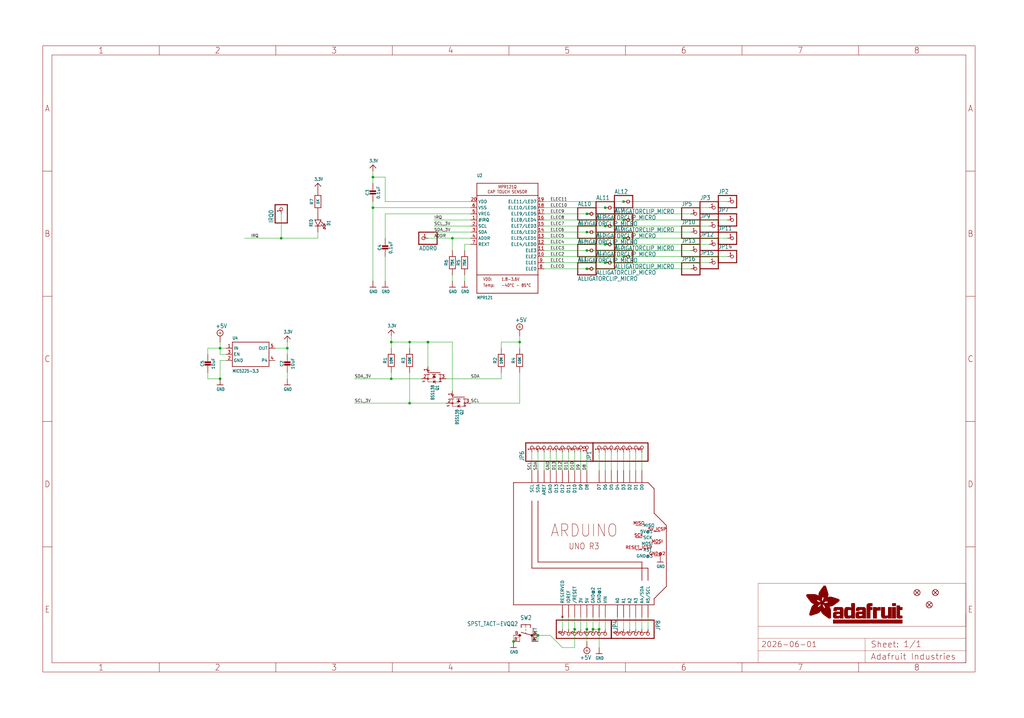
<source format=kicad_sch>
(kicad_sch (version 20230121) (generator eeschema)
  (paper "User" 425.45 298.602)
  (lib_symbols
    (symbol "working-eagle-import:+5V" (power)
      (property "Value" "+5V" (at -1.905 3.175 0))
      (symbol "+5V_1_0"
        (pin power_in line (at 0 -2.54 90) (length 2.54) (name "+5V") (number "1"))
      )
    )
    (symbol "working-eagle-import:3.3V" (power)
      (property "Value" "3.3V" (at -1.524 1.016 0))
      (symbol "3.3V_1_0"
        (pin power_in line (at 0 -2.54 90) (length 2.54) (name "3.3V") (number "1"))
      )
    )
    (symbol "working-eagle-import:ALLIGATORCLIP_MICRO"
      (property "Reference" "AL" (at -6.35 3.175 0))
      (symbol "ALLIGATORCLIP_MICRO_1_0"
        (pin passive inverted (at -2.54 0 0) (length 2.54) (name "1") (number "P$1"))
        (pin passive inverted (at -2.54 0 0) (length 2.54) (name "1") (number "P$2"))
      )
    )
    (symbol "working-eagle-import:ARDUINO_R3_ICSP"
      (symbol "ARDUINO_R3_ICSP_1_0"
        (text "ARDUINO" (at 15.24 27.94 0) (effects (font (size 5.08 4.318)) (justify left bottom)))
        (text "UNO R3" (at 22.86 22.86 0) (effects (font (size 2.54 2.159)) (justify left bottom)))
        (pin power_in line (at 27.94 -5.08 90) (length 5.08) (name "3V") (number "3V"))
        (pin power_in line (at 30.48 -5.08 90) (length 5.08) (name "5V") (number "5V"))
        (pin passive line (at 60.96 30.48 180) (length 2.54) (name "5V@1") (number "5V_ICSP"))
        (pin bidirectional line (at 43.18 -5.08 90) (length 5.08) (name "A0") (number "A0"))
        (pin bidirectional line (at 45.72 -5.08 90) (length 5.08) (name "A1") (number "A1"))
        (pin bidirectional line (at 48.26 -5.08 90) (length 5.08) (name "A2") (number "A2"))
        (pin bidirectional line (at 50.8 -5.08 90) (length 5.08) (name "A3") (number "A3"))
        (pin bidirectional line (at 53.34 -5.08 90) (length 5.08) (name "A4/SDA") (number "A4"))
        (pin bidirectional line (at 55.88 -5.08 90) (length 5.08) (name "A5/SCL") (number "A5"))
        (pin bidirectional line (at 12.7 55.88 270) (length 5.08) (name "AREF") (number "AREF"))
        (pin bidirectional line (at 53.34 55.88 270) (length 5.08) (name "D0") (number "D0"))
        (pin bidirectional line (at 50.8 55.88 270) (length 5.08) (name "D1") (number "D1"))
        (pin bidirectional line (at 25.4 55.88 270) (length 5.08) (name "D10") (number "D10"))
        (pin bidirectional line (at 22.86 55.88 270) (length 5.08) (name "D11") (number "D11"))
        (pin bidirectional line (at 20.32 55.88 270) (length 5.08) (name "D12") (number "D12"))
        (pin bidirectional line (at 17.78 55.88 270) (length 5.08) (name "D13") (number "D13"))
        (pin bidirectional line (at 48.26 55.88 270) (length 5.08) (name "D2") (number "D2"))
        (pin bidirectional line (at 45.72 55.88 270) (length 5.08) (name "D3") (number "D3"))
        (pin bidirectional line (at 43.18 55.88 270) (length 5.08) (name "D4") (number "D4"))
        (pin bidirectional line (at 40.64 55.88 270) (length 5.08) (name "D5") (number "D5"))
        (pin bidirectional line (at 38.1 55.88 270) (length 5.08) (name "D6") (number "D6"))
        (pin bidirectional line (at 35.56 55.88 270) (length 5.08) (name "D7") (number "D7"))
        (pin bidirectional line (at 30.48 55.88 270) (length 5.08) (name "D8") (number "D8"))
        (pin bidirectional line (at 27.94 55.88 270) (length 5.08) (name "D9") (number "D9"))
        (pin power_in line (at 15.24 55.88 270) (length 5.08) (name "GND") (number "GND"))
        (pin power_in line (at 33.02 -5.08 90) (length 5.08) (name "GND@2") (number "GND@1"))
        (pin passive line (at 60.96 20.32 180) (length 2.54) (name "GND@3") (number "GND@2"))
        (pin power_in line (at 35.56 -5.08 90) (length 5.08) (name "GND@1") (number "GND@3"))
        (pin output line (at 22.86 -5.08 90) (length 5.08) (name "IOREF") (number "IOREF"))
        (pin passive line (at 50.8 33.02 0) (length 2.54) (name "MISO") (number "MISO"))
        (pin passive line (at 60.96 25.4 180) (length 2.54) (name "MOSI") (number "MOSI"))
        (pin no_connect line (at 20.32 -5.08 90) (length 5.08) (name "RESERVED") (number "RESERVED"))
        (pin bidirectional line (at 25.4 -5.08 90) (length 5.08) (name "/RESET") (number "RESET"))
        (pin passive line (at 50.8 22.86 0) (length 2.54) (name "RST") (number "RESET_ICSP"))
        (pin passive line (at 50.8 27.94 0) (length 2.54) (name "SCK") (number "SCK"))
        (pin bidirectional line (at 7.62 55.88 270) (length 5.08) (name "SCL") (number "SCL"))
        (pin bidirectional line (at 10.16 55.88 270) (length 5.08) (name "SDA") (number "SDA"))
        (pin power_in line (at 38.1 -5.08 90) (length 5.08) (name "VIN") (number "VIN"))
      )
    )
    (symbol "working-eagle-import:CAP_CERAMIC0805-NOOUTLINE"
      (property "Reference" "C" (at -2.29 1.25 90))
      (symbol "CAP_CERAMIC0805-NOOUTLINE_1_0"
        (pin passive line (at 0 5.08 270) (length 2.54) (name "1") (number "1"))
        (pin passive line (at 0 -2.54 90) (length 2.54) (name "2") (number "2"))
      )
    )
    (symbol "working-eagle-import:FIDUCIAL{dblquote}{dblquote}")
    (symbol "working-eagle-import:FRAME_A3_ADAFRUIT"
      (symbol "FRAME_A3_ADAFRUIT_1_0"
        (text "${#}/${##}" (at 357.505 10.16 0) (effects (font (size 2.54 2.54)) (justify left bottom)))
        (text "${CURRENT_DATE}" (at 298.45 10.16 0) (effects (font (size 2.286 2.286)) (justify left bottom)))
        (text "${PROJECTNAME}" (at 298.45 15.24 0) (effects (font (size 2.54 2.54)) (justify left bottom)))
        (text "1" (at 24.2094 1.905 0) (effects (font (size 2.54 2.286))))
        (text "1" (at 24.2094 258.445 0) (effects (font (size 2.54 2.286))))
        (text "2" (at 72.6281 1.905 0) (effects (font (size 2.54 2.286))))
        (text "2" (at 72.6281 258.445 0) (effects (font (size 2.54 2.286))))
        (text "3" (at 121.0469 1.905 0) (effects (font (size 2.54 2.286))))
        (text "3" (at 121.0469 258.445 0) (effects (font (size 2.54 2.286))))
        (text "4" (at 169.4656 1.905 0) (effects (font (size 2.54 2.286))))
        (text "4" (at 169.4656 258.445 0) (effects (font (size 2.54 2.286))))
        (text "5" (at 217.8844 1.905 0) (effects (font (size 2.54 2.286))))
        (text "5" (at 217.8844 258.445 0) (effects (font (size 2.54 2.286))))
        (text "6" (at 266.3031 1.905 0) (effects (font (size 2.54 2.286))))
        (text "6" (at 266.3031 258.445 0) (effects (font (size 2.54 2.286))))
        (text "7" (at 314.7219 1.905 0) (effects (font (size 2.54 2.286))))
        (text "7" (at 314.7219 258.445 0) (effects (font (size 2.54 2.286))))
        (text "8" (at 363.1406 1.905 0) (effects (font (size 2.54 2.286))))
        (text "8" (at 363.1406 258.445 0) (effects (font (size 2.54 2.286))))
        (text "A" (at 1.905 234.315 0) (effects (font (size 2.54 2.286))))
        (text "A" (at 385.445 234.315 0) (effects (font (size 2.54 2.286))))
        (text "Adafruit Industries" (at 343.916 4.953 0) (effects (font (size 2.54 2.54)) (justify left bottom)))
        (text "B" (at 1.905 182.245 0) (effects (font (size 2.54 2.286))))
        (text "B" (at 385.445 182.245 0) (effects (font (size 2.54 2.286))))
        (text "C" (at 1.905 130.175 0) (effects (font (size 2.54 2.286))))
        (text "C" (at 385.445 130.175 0) (effects (font (size 2.54 2.286))))
        (text "D" (at 1.905 78.105 0) (effects (font (size 2.54 2.286))))
        (text "D" (at 385.445 78.105 0) (effects (font (size 2.54 2.286))))
        (text "E" (at 1.905 26.035 0) (effects (font (size 2.54 2.286))))
        (text "E" (at 385.445 26.035 0) (effects (font (size 2.54 2.286))))
        (text "Sheet:" (at 343.916 10.033 0) (effects (font (size 2.54 2.54)) (justify left bottom)))
      )
    )
    (symbol "working-eagle-import:GND" (power)
      (property "Value" "GND" (at -1.524 -2.54 0))
      (symbol "GND_1_0"
        (pin power_in line (at 0 2.54 270) (length 2.54) (name "GND") (number "1"))
      )
    )
    (symbol "working-eagle-import:HEADER-1X1070MIL"
      (property "Reference" "JP" (at -6.35 13.335 0))
      (symbol "HEADER-1X1070MIL_1_0"
        (pin passive inverted (at -2.54 10.16 0) (length 2.54) (name "1") (number "1"))
        (pin passive inverted (at -2.54 -12.7 0) (length 2.54) (name "10") (number "10"))
        (pin passive inverted (at -2.54 7.62 0) (length 2.54) (name "2") (number "2"))
        (pin passive inverted (at -2.54 5.08 0) (length 2.54) (name "3") (number "3"))
        (pin passive inverted (at -2.54 2.54 0) (length 2.54) (name "4") (number "4"))
        (pin passive inverted (at -2.54 0 0) (length 2.54) (name "5") (number "5"))
        (pin passive inverted (at -2.54 -2.54 0) (length 2.54) (name "6") (number "6"))
        (pin passive inverted (at -2.54 -5.08 0) (length 2.54) (name "7") (number "7"))
        (pin passive inverted (at -2.54 -7.62 0) (length 2.54) (name "8") (number "8"))
        (pin passive inverted (at -2.54 -10.16 0) (length 2.54) (name "9") (number "9"))
      )
    )
    (symbol "working-eagle-import:HEADER-1X1ROUND"
      (property "Reference" "JP" (at -6.35 3.175 0))
      (symbol "HEADER-1X1ROUND_1_0"
        (pin passive inverted (at -2.54 0 0) (length 2.54) (name "1") (number "1"))
      )
    )
    (symbol "working-eagle-import:LED0805_NOOUTLINE"
      (property "Reference" "D" (at -1.27 4.445 0))
      (symbol "LED0805_NOOUTLINE_1_0"
        (pin passive line (at -5.08 0 0) (length 2.54) (name "A") (number "A"))
        (pin passive line (at 2.54 0 180) (length 2.54) (name "C") (number "C"))
      )
    )
    (symbol "working-eagle-import:MOSFET-NWIDE"
      (property "Reference" "Q" (at 5.08 0.635 0))
      (symbol "MOSFET-NWIDE_1_0"
        (text "D" (at 3.175 3.175 0) (effects (font (size 0.8128 0.6908)) (justify left bottom)))
        (text "G" (at -1.27 -1.905 0) (effects (font (size 0.8128 0.6908)) (justify left bottom)))
        (text "S" (at 3.175 -3.81 0) (effects (font (size 0.8128 0.6908)) (justify left bottom)))
        (pin bidirectional line (at -2.54 -2.54 0) (length 2.54) (name "G") (number "1"))
        (pin bidirectional line (at 2.54 -5.08 90) (length 2.54) (name "S") (number "2"))
        (pin bidirectional line (at 2.54 5.08 270) (length 2.54) (name "D") (number "3"))
      )
    )
    (symbol "working-eagle-import:MPR121Q"
      (property "Reference" "U" (at -12.7 22.86 0))
      (symbol "MPR121Q_1_0"
        (text "-40°C - 85°C" (at -2.54 -22.86 0) (effects (font (size 1.27 1.0795)) (justify left bottom)))
        (text "1.8-3.6V" (at -2.54 -20.32 0) (effects (font (size 1.27 1.0795)) (justify left bottom)))
        (text "MPR121Q\nCAP TOUCH SENSOR" (at 0 17.78 0) (effects (font (size 1.27 1.0795))))
        (text "Temp:" (at -10.16 -22.86 0) (effects (font (size 1.27 1.0795)) (justify left bottom)))
        (text "VDD:" (at -10.16 -20.32 0) (effects (font (size 1.27 1.0795)) (justify left bottom)))
        (pin bidirectional line (at -15.24 5.08 0) (length 2.54) (name "#IRQ") (number "1"))
        (pin bidirectional line (at 15.24 -10.16 180) (length 2.54) (name "ELE2") (number "10"))
        (pin bidirectional line (at 15.24 -7.62 180) (length 2.54) (name "ELE3") (number "11"))
        (pin bidirectional line (at 15.24 -5.08 180) (length 2.54) (name "ELE4/LED0") (number "12"))
        (pin bidirectional line (at 15.24 -2.54 180) (length 2.54) (name "ELE5/LED1") (number "13"))
        (pin bidirectional line (at 15.24 0 180) (length 2.54) (name "ELE6/LED2") (number "14"))
        (pin bidirectional line (at 15.24 2.54 180) (length 2.54) (name "ELE7/LED3") (number "15"))
        (pin bidirectional line (at 15.24 5.08 180) (length 2.54) (name "ELE8/LED4") (number "16"))
        (pin bidirectional line (at 15.24 7.62 180) (length 2.54) (name "ELE9/LED5") (number "17"))
        (pin bidirectional line (at 15.24 10.16 180) (length 2.54) (name "ELE10/LED6") (number "18"))
        (pin bidirectional line (at 15.24 12.7 180) (length 2.54) (name "ELE11/LED7") (number "19"))
        (pin bidirectional line (at -15.24 2.54 0) (length 2.54) (name "SCL") (number "2"))
        (pin power_in line (at -15.24 12.7 0) (length 2.54) (name "VDD") (number "20"))
        (pin bidirectional line (at -15.24 0 0) (length 2.54) (name "SDA") (number "3"))
        (pin bidirectional line (at -15.24 -2.54 0) (length 2.54) (name "ADDR") (number "4"))
        (pin bidirectional line (at -15.24 7.62 0) (length 2.54) (name "VREG") (number "5"))
        (pin power_in line (at -15.24 10.16 0) (length 2.54) (name "VSS") (number "6"))
        (pin bidirectional line (at -15.24 -5.08 0) (length 2.54) (name "REXT") (number "7"))
        (pin bidirectional line (at 15.24 -15.24 180) (length 2.54) (name "ELE0") (number "8"))
        (pin bidirectional line (at 15.24 -12.7 180) (length 2.54) (name "ELE1") (number "9"))
      )
    )
    (symbol "working-eagle-import:PINHD-1X6CB"
      (property "Reference" "JP" (at -6.35 10.795 0))
      (symbol "PINHD-1X6CB_1_0"
        (pin passive inverted (at -2.54 7.62 0) (length 2.54) (name "1") (number "1"))
        (pin passive inverted (at -2.54 5.08 0) (length 2.54) (name "2") (number "2"))
        (pin passive inverted (at -2.54 2.54 0) (length 2.54) (name "3") (number "3"))
        (pin passive inverted (at -2.54 0 0) (length 2.54) (name "4") (number "4"))
        (pin passive inverted (at -2.54 -2.54 0) (length 2.54) (name "5") (number "5"))
        (pin passive inverted (at -2.54 -5.08 0) (length 2.54) (name "6") (number "6"))
      )
    )
    (symbol "working-eagle-import:PINHD-1X8CLEANBIG"
      (property "Reference" "JP" (at -6.35 10.795 0))
      (symbol "PINHD-1X8CLEANBIG_1_0"
        (pin passive inverted (at -2.54 7.62 0) (length 2.54) (name "1") (number "1"))
        (pin passive inverted (at -2.54 5.08 0) (length 2.54) (name "2") (number "2"))
        (pin passive inverted (at -2.54 2.54 0) (length 2.54) (name "3") (number "3"))
        (pin passive inverted (at -2.54 0 0) (length 2.54) (name "4") (number "4"))
        (pin passive inverted (at -2.54 -2.54 0) (length 2.54) (name "5") (number "5"))
        (pin passive inverted (at -2.54 -5.08 0) (length 2.54) (name "6") (number "6"))
        (pin passive inverted (at -2.54 -7.62 0) (length 2.54) (name "7") (number "7"))
        (pin passive inverted (at -2.54 -10.16 0) (length 2.54) (name "8") (number "8"))
      )
    )
    (symbol "working-eagle-import:RESISTOR0805_NOOUTLINE"
      (property "Reference" "R" (at 0 2.54 0))
      (symbol "RESISTOR0805_NOOUTLINE_1_0"
        (pin passive line (at -5.08 0 0) (length 2.54) (name "1") (number "1"))
        (pin passive line (at 5.08 0 180) (length 2.54) (name "2") (number "2"))
      )
    )
    (symbol "working-eagle-import:SPST_TACT-EVQQ2"
      (property "Reference" "SW" (at -6.35 -2.54 90))
      (symbol "SPST_TACT-EVQQ2_1_0"
        (pin passive line (at 0 -5.08 90) (length 2.54) (name "P") (number "A"))
        (pin passive line (at 2.54 -5.08 90) (length 2.54) (name "P1") (number "A'"))
        (pin passive line (at 0 5.08 270) (length 2.54) (name "S") (number "B"))
        (pin passive line (at 2.54 5.08 270) (length 2.54) (name "S1") (number "B'"))
      )
    )
    (symbol "working-eagle-import:VREG_SOT23-5"
      (property "Reference" "U" (at -7.62 6.096 0))
      (symbol "VREG_SOT23-5_1_0"
        (pin power_in line (at -10.16 2.54 0) (length 2.54) (name "IN") (number "1"))
        (pin power_in line (at -10.16 -2.54 0) (length 2.54) (name "GND") (number "2"))
        (pin input line (at -10.16 0 0) (length 2.54) (name "EN") (number "3"))
        (pin bidirectional line (at 10.16 -2.54 180) (length 2.54) (name "P4") (number "4"))
        (pin power_in line (at 10.16 2.54 180) (length 2.54) (name "OUT") (number "5"))
      )
    )
  )
  (junction (at 251.46 93.98))
  (junction (at 170.18 167.64))
  (junction (at 238.76 261.62))
  (junction (at 243.84 111.76))
  (junction (at 177.8 142.24))
  (junction (at 91.44 157.48))
  (junction (at 91.44 144.78))
  (junction (at 116.84 99.06))
  (junction (at 154.94 73.66))
  (junction (at 259.08 91.44))
  (junction (at 223.52 264.16))
  (junction (at 248.92 261.62))
  (junction (at 162.56 142.24))
  (junction (at 154.94 86.36))
  (junction (at 213.36 266.7))
  (junction (at 243.84 261.62))
  (junction (at 187.96 99.06))
  (junction (at 215.9 142.24))
  (junction (at 243.84 104.14))
  (junction (at 251.46 86.36))
  (junction (at 251.46 101.6))
  (junction (at 259.08 106.68))
  (junction (at 251.46 109.22))
  (junction (at 119.38 144.78))
  (junction (at 162.56 157.48))
  (junction (at 246.38 261.62))
  (junction (at 259.08 83.82))
  (junction (at 243.84 88.9))
  (junction (at 259.08 99.06))
  (junction (at 170.18 142.24))
  (junction (at 243.84 96.52))
  (wire (pts (xy 86.36 144.78) (xy 91.44 144.78)) (stroke (width 0.1524)))
  (wire (pts (xy 195.58 91.44) (xy 180.34 91.44)) (stroke (width 0.1524)))
  (wire (pts (xy 223.52 187.96) (xy 223.52 195.58)) (stroke (width 0.1524)))
  (wire (pts (xy 241.3 195.58) (xy 241.3 187.96)) (stroke (width 0.1524)))
  (wire (pts (xy 187.96 99.06) (xy 187.96 104.14)) (stroke (width 0.1524)))
  (wire (pts (xy 185.42 157.48) (xy 208.28 157.48)) (stroke (width 0.1524)))
  (wire (pts (xy 195.58 101.6) (xy 193.04 101.6)) (stroke (width 0.1524)))
  (wire (pts (xy 241.3 261.62) (xy 241.3 256.54)) (stroke (width 0.1524)))
  (wire (pts (xy 215.9 167.64) (xy 215.9 154.94)) (stroke (width 0.1524)))
  (wire (pts (xy 195.58 99.06) (xy 187.96 99.06)) (stroke (width 0.1524)))
  (wire (pts (xy 259.08 83.82) (xy 302.26 83.82)) (stroke (width 0.1524)))
  (wire (pts (xy 259.08 187.96) (xy 259.08 195.58)) (stroke (width 0.1524)))
  (wire (pts (xy 256.54 195.58) (xy 256.54 187.96)) (stroke (width 0.1524)))
  (wire (pts (xy 238.76 261.62) (xy 238.76 269.24)) (stroke (width 0.1524)))
  (wire (pts (xy 231.14 195.58) (xy 231.14 187.96)) (stroke (width 0.1524)))
  (wire (pts (xy 226.06 86.36) (xy 251.46 86.36)) (stroke (width 0.1524)))
  (wire (pts (xy 132.08 99.06) (xy 116.84 99.06)) (stroke (width 0.1524)))
  (wire (pts (xy 187.96 99.06) (xy 177.8 99.06)) (stroke (width 0.1524)))
  (wire (pts (xy 226.06 104.14) (xy 243.84 104.14)) (stroke (width 0.1524)))
  (wire (pts (xy 215.9 142.24) (xy 215.9 139.7)) (stroke (width 0.1524)))
  (wire (pts (xy 243.84 261.62) (xy 243.84 266.7)) (stroke (width 0.1524)))
  (wire (pts (xy 238.76 269.24) (xy 233.68 269.24)) (stroke (width 0.1524)))
  (wire (pts (xy 256.54 261.62) (xy 256.54 256.54)) (stroke (width 0.1524)))
  (wire (pts (xy 195.58 93.98) (xy 180.34 93.98)) (stroke (width 0.1524)))
  (wire (pts (xy 187.96 114.3) (xy 187.96 116.84)) (stroke (width 0.1524)))
  (wire (pts (xy 154.94 73.66) (xy 154.94 71.12)) (stroke (width 0.1524)))
  (wire (pts (xy 160.02 106.68) (xy 160.02 116.84)) (stroke (width 0.1524)))
  (wire (pts (xy 226.06 91.44) (xy 259.08 91.44)) (stroke (width 0.1524)))
  (wire (pts (xy 226.06 93.98) (xy 251.46 93.98)) (stroke (width 0.1524)))
  (wire (pts (xy 233.68 187.96) (xy 233.68 195.58)) (stroke (width 0.1524)))
  (wire (pts (xy 251.46 261.62) (xy 251.46 256.54)) (stroke (width 0.1524)))
  (wire (pts (xy 248.92 261.62) (xy 248.92 269.24)) (stroke (width 0.1524)))
  (wire (pts (xy 220.98 187.96) (xy 220.98 195.58)) (stroke (width 0.1524)))
  (wire (pts (xy 195.58 96.52) (xy 180.34 96.52)) (stroke (width 0.1524)))
  (wire (pts (xy 170.18 167.64) (xy 147.32 167.64)) (stroke (width 0.1524)))
  (wire (pts (xy 119.38 154.94) (xy 119.38 157.48)) (stroke (width 0.1524)))
  (wire (pts (xy 193.04 114.3) (xy 193.04 116.84)) (stroke (width 0.1524)))
  (wire (pts (xy 91.44 149.86) (xy 91.44 157.48)) (stroke (width 0.1524)))
  (wire (pts (xy 208.28 142.24) (xy 215.9 142.24)) (stroke (width 0.1524)))
  (wire (pts (xy 236.22 195.58) (xy 236.22 187.96)) (stroke (width 0.1524)))
  (wire (pts (xy 266.7 187.96) (xy 266.7 195.58)) (stroke (width 0.1524)))
  (wire (pts (xy 226.06 106.68) (xy 259.08 106.68)) (stroke (width 0.1524)))
  (wire (pts (xy 228.6 264.16) (xy 223.52 264.16)) (stroke (width 0.1524)))
  (wire (pts (xy 195.58 83.82) (xy 160.02 83.82)) (stroke (width 0.1524)))
  (wire (pts (xy 243.84 187.96) (xy 243.84 195.58)) (stroke (width 0.1524)))
  (wire (pts (xy 251.46 93.98) (xy 294.64 93.98)) (stroke (width 0.1524)))
  (wire (pts (xy 226.06 96.52) (xy 243.84 96.52)) (stroke (width 0.1524)))
  (wire (pts (xy 233.68 269.24) (xy 228.6 264.16)) (stroke (width 0.1524)))
  (wire (pts (xy 116.84 88.9) (xy 116.84 99.06)) (stroke (width 0.1524)))
  (wire (pts (xy 243.84 261.62) (xy 243.84 256.54)) (stroke (width 0.1524)))
  (wire (pts (xy 116.84 99.06) (xy 101.6 99.06)) (stroke (width 0.1524)))
  (wire (pts (xy 162.56 157.48) (xy 147.32 157.48)) (stroke (width 0.1524)))
  (wire (pts (xy 154.94 83.82) (xy 154.94 86.36)) (stroke (width 0.1524)))
  (wire (pts (xy 261.62 187.96) (xy 261.62 195.58)) (stroke (width 0.1524)))
  (wire (pts (xy 259.08 261.62) (xy 259.08 256.54)) (stroke (width 0.1524)))
  (wire (pts (xy 93.98 149.86) (xy 91.44 149.86)) (stroke (width 0.1524)))
  (wire (pts (xy 294.64 86.36) (xy 251.46 86.36)) (stroke (width 0.1524)))
  (wire (pts (xy 162.56 139.7) (xy 162.56 142.24)) (stroke (width 0.1524)))
  (wire (pts (xy 226.06 101.6) (xy 251.46 101.6)) (stroke (width 0.1524)))
  (wire (pts (xy 302.26 91.44) (xy 259.08 91.44)) (stroke (width 0.1524)))
  (wire (pts (xy 238.76 261.62) (xy 238.76 256.54)) (stroke (width 0.1524)))
  (wire (pts (xy 86.36 147.32) (xy 86.36 144.78)) (stroke (width 0.1524)))
  (wire (pts (xy 86.36 157.48) (xy 91.44 157.48)) (stroke (width 0.1524)))
  (wire (pts (xy 287.02 104.14) (xy 243.84 104.14)) (stroke (width 0.1524)))
  (wire (pts (xy 294.64 109.22) (xy 251.46 109.22)) (stroke (width 0.1524)))
  (wire (pts (xy 228.6 187.96) (xy 228.6 195.58)) (stroke (width 0.1524)))
  (wire (pts (xy 287.02 96.52) (xy 243.84 96.52)) (stroke (width 0.1524)))
  (wire (pts (xy 86.36 154.94) (xy 86.36 157.48)) (stroke (width 0.1524)))
  (wire (pts (xy 264.16 261.62) (xy 264.16 256.54)) (stroke (width 0.1524)))
  (wire (pts (xy 177.8 142.24) (xy 187.96 142.24)) (stroke (width 0.1524)))
  (wire (pts (xy 114.3 144.78) (xy 119.38 144.78)) (stroke (width 0.1524)))
  (wire (pts (xy 261.62 261.62) (xy 261.62 256.54)) (stroke (width 0.1524)))
  (wire (pts (xy 251.46 195.58) (xy 251.46 187.96)) (stroke (width 0.1524)))
  (wire (pts (xy 93.98 144.78) (xy 91.44 144.78)) (stroke (width 0.1524)))
  (wire (pts (xy 195.58 88.9) (xy 160.02 88.9)) (stroke (width 0.1524)))
  (wire (pts (xy 254 187.96) (xy 254 195.58)) (stroke (width 0.1524)))
  (wire (pts (xy 213.36 264.16) (xy 213.36 266.7)) (stroke (width 0.1524)))
  (wire (pts (xy 91.44 147.32) (xy 91.44 144.78)) (stroke (width 0.1524)))
  (wire (pts (xy 170.18 154.94) (xy 170.18 167.64)) (stroke (width 0.1524)))
  (wire (pts (xy 248.92 187.96) (xy 248.92 195.58)) (stroke (width 0.1524)))
  (wire (pts (xy 119.38 144.78) (xy 119.38 147.32)) (stroke (width 0.1524)))
  (wire (pts (xy 195.58 167.64) (xy 215.9 167.64)) (stroke (width 0.1524)))
  (wire (pts (xy 154.94 86.36) (xy 154.94 116.84)) (stroke (width 0.1524)))
  (wire (pts (xy 259.08 106.68) (xy 302.26 106.68)) (stroke (width 0.1524)))
  (wire (pts (xy 233.68 261.62) (xy 233.68 256.54)) (stroke (width 0.1524)))
  (wire (pts (xy 246.38 261.62) (xy 246.38 256.54)) (stroke (width 0.1524)))
  (wire (pts (xy 215.9 144.78) (xy 215.9 142.24)) (stroke (width 0.1524)))
  (wire (pts (xy 226.06 99.06) (xy 259.08 99.06)) (stroke (width 0.1524)))
  (wire (pts (xy 236.22 261.62) (xy 236.22 256.54)) (stroke (width 0.1524)))
  (wire (pts (xy 208.28 144.78) (xy 208.28 142.24)) (stroke (width 0.1524)))
  (wire (pts (xy 132.08 99.06) (xy 132.08 96.52)) (stroke (width 0.1524)))
  (wire (pts (xy 170.18 142.24) (xy 177.8 142.24)) (stroke (width 0.1524)))
  (wire (pts (xy 193.04 101.6) (xy 193.04 104.14)) (stroke (width 0.1524)))
  (wire (pts (xy 226.06 111.76) (xy 243.84 111.76)) (stroke (width 0.1524)))
  (wire (pts (xy 177.8 142.24) (xy 177.8 152.4)) (stroke (width 0.1524)))
  (wire (pts (xy 208.28 157.48) (xy 208.28 154.94)) (stroke (width 0.1524)))
  (wire (pts (xy 259.08 99.06) (xy 302.26 99.06)) (stroke (width 0.1524)))
  (wire (pts (xy 162.56 142.24) (xy 170.18 142.24)) (stroke (width 0.1524)))
  (wire (pts (xy 248.92 261.62) (xy 248.92 256.54)) (stroke (width 0.1524)))
  (wire (pts (xy 154.94 76.2) (xy 154.94 73.66)) (stroke (width 0.1524)))
  (wire (pts (xy 226.06 83.82) (xy 259.08 83.82)) (stroke (width 0.1524)))
  (wire (pts (xy 93.98 147.32) (xy 91.44 147.32)) (stroke (width 0.1524)))
  (wire (pts (xy 246.38 261.62) (xy 248.92 261.62)) (stroke (width 0.1524)))
  (wire (pts (xy 175.26 157.48) (xy 162.56 157.48)) (stroke (width 0.1524)))
  (wire (pts (xy 119.38 144.78) (xy 119.38 142.24)) (stroke (width 0.1524)))
  (wire (pts (xy 226.06 88.9) (xy 243.84 88.9)) (stroke (width 0.1524)))
  (wire (pts (xy 185.42 167.64) (xy 170.18 167.64)) (stroke (width 0.1524)))
  (wire (pts (xy 160.02 88.9) (xy 160.02 99.06)) (stroke (width 0.1524)))
  (wire (pts (xy 170.18 144.78) (xy 170.18 142.24)) (stroke (width 0.1524)))
  (wire (pts (xy 91.44 144.78) (xy 91.44 142.24)) (stroke (width 0.1524)))
  (wire (pts (xy 195.58 86.36) (xy 154.94 86.36)) (stroke (width 0.1524)))
  (wire (pts (xy 187.96 142.24) (xy 187.96 162.56)) (stroke (width 0.1524)))
  (wire (pts (xy 266.7 261.62) (xy 266.7 256.54)) (stroke (width 0.1524)))
  (wire (pts (xy 162.56 144.78) (xy 162.56 142.24)) (stroke (width 0.1524)))
  (wire (pts (xy 160.02 83.82) (xy 160.02 73.66)) (stroke (width 0.1524)))
  (wire (pts (xy 238.76 187.96) (xy 238.76 195.58)) (stroke (width 0.1524)))
  (wire (pts (xy 226.06 109.22) (xy 251.46 109.22)) (stroke (width 0.1524)))
  (wire (pts (xy 243.84 88.9) (xy 287.02 88.9)) (stroke (width 0.1524)))
  (wire (pts (xy 223.52 264.16) (xy 223.52 266.7)) (stroke (width 0.1524)))
  (wire (pts (xy 294.64 101.6) (xy 251.46 101.6)) (stroke (width 0.1524)))
  (wire (pts (xy 243.84 111.76) (xy 287.02 111.76)) (stroke (width 0.1524)))
  (wire (pts (xy 269.24 261.62) (xy 269.24 256.54)) (stroke (width 0.1524)))
  (wire (pts (xy 160.02 73.66) (xy 154.94 73.66)) (stroke (width 0.1524)))
  (wire (pts (xy 226.06 187.96) (xy 226.06 195.58)) (stroke (width 0.1524)))
  (wire (pts (xy 264.16 187.96) (xy 264.16 195.58)) (stroke (width 0.1524)))
  (wire (pts (xy 162.56 154.94) (xy 162.56 157.48)) (stroke (width 0.1524)))
  (label "ELEC2" (at 228.6 106.68 0) (effects (font (size 1.2446 1.2446))))
  (label "ADDR" (at 180.34 99.06 0) (effects (font (size 1.2446 1.2446))))
  (label "SCL_3V" (at 180.34 93.98 0) (effects (font (size 1.2446 1.2446))))
  (label "ELEC9" (at 228.6 88.9 0) (effects (font (size 1.2446 1.2446))))
  (label "D9" (at 241.3 195.58 90) (effects (font (size 1.2446 1.2446))))
  (label "ELEC11" (at 228.6 83.82 0) (effects (font (size 1.2446 1.2446))))
  (label "ELEC10" (at 228.6 86.36 0) (effects (font (size 1.2446 1.2446))))
  (label "D8" (at 243.84 195.58 90) (effects (font (size 1.2446 1.2446))))
  (label "D12" (at 233.68 195.58 90) (effects (font (size 1.2446 1.2446))))
  (label "D13" (at 231.14 195.58 90) (effects (font (size 1.2446 1.2446))))
  (label "D11" (at 236.22 195.58 90) (effects (font (size 1.2446 1.2446))))
  (label "SCL" (at 195.58 167.64 0) (effects (font (size 1.2446 1.2446))))
  (label "~{RESET}" (at 223.52 266.7 90) (effects (font (size 1.2446 1.2446))))
  (label "ELEC8" (at 228.6 91.44 0) (effects (font (size 1.2446 1.2446))))
  (label "ELEC0" (at 228.6 111.76 0) (effects (font (size 1.2446 1.2446))))
  (label "ELEC4" (at 228.6 101.6 0) (effects (font (size 1.2446 1.2446))))
  (label "IRQ" (at 180.34 91.44 0) (effects (font (size 1.2446 1.2446))))
  (label "ELEC7" (at 228.6 93.98 0) (effects (font (size 1.2446 1.2446))))
  (label "SCL" (at 220.98 195.58 90) (effects (font (size 1.2446 1.2446))))
  (label "ELEC5" (at 228.6 99.06 0) (effects (font (size 1.2446 1.2446))))
  (label "SDA_3V" (at 147.32 157.48 0) (effects (font (size 1.2446 1.2446))))
  (label "ELEC6" (at 228.6 96.52 0) (effects (font (size 1.2446 1.2446))))
  (label "ELEC1" (at 228.6 109.22 0) (effects (font (size 1.2446 1.2446))))
  (label "GND" (at 228.6 195.58 90) (effects (font (size 1.2446 1.2446))))
  (label "IRQ" (at 104.14 99.06 0) (effects (font (size 1.2446 1.2446))))
  (label "SDA" (at 195.58 157.48 0) (effects (font (size 1.2446 1.2446))))
  (label "SDA_3V" (at 180.34 96.52 0) (effects (font (size 1.2446 1.2446))))
  (label "ELEC3" (at 228.6 104.14 0) (effects (font (size 1.2446 1.2446))))
  (label "SDA" (at 223.52 195.58 90) (effects (font (size 1.2446 1.2446))))
  (label "SCL_3V" (at 147.32 167.64 0) (effects (font (size 1.2446 1.2446))))
  (label "D10" (at 238.76 195.58 90) (effects (font (size 1.2446 1.2446))))
  (symbol (lib_id "working-eagle-import:ALLIGATORCLIP_MICRO") (at 261.62 91.44 0) (unit 1)
    (property "Reference" "AL9" (at 255.27 88.265 0) (effects (font (size 1.778 1.5113)) (justify left bottom)))
    (property "Value" "ALLIGATORCLIP_MICRO" (at 255.27 96.52 0) (effects (font (size 1.778 1.5113)) (justify left bottom)))
    (property "Footprint" "working:ALLIGATORCLIP" (effects hide))
  )
  (symbol (lib_id "working-eagle-import:GND") (at 154.94 119.38 0) (unit 1)
    (property "Reference" "#U$3" (effects hide))
    (property "Value" "GND" (at 153.416 121.92 0) (effects (font (size 1.27 1.0795)) (justify left bottom)))
  )
  (symbol (lib_id "working-eagle-import:LED0805_NOOUTLINE") (at 132.08 93.98 270) (unit 1)
    (property "Reference" "D1" (at 136.525 92.71 0) (effects (font (size 1.27 1.0795))))
    (property "Value" "RED" (at 129.286 92.71 0) (effects (font (size 1.27 1.0795))))
    (property "Footprint" "working:CHIPLED_0805_NOOUTLINE" (effects hide))
  )
  (symbol (lib_id "working-eagle-import:ALLIGATORCLIP_MICRO") (at 254 93.98 0) (unit 1)
    (property "Reference" "AL8" (at 247.65 90.805 0) (effects (font (size 1.778 1.5113)) (justify left bottom)))
    (property "Value" "ALLIGATORCLIP_MICRO" (at 247.65 99.06 0) (effects (font (size 1.778 1.5113)) (justify left bottom)))
    (property "Footprint" "working:ALLIGATORCLIP" (effects hide))
  )
  (symbol (lib_id "working-eagle-import:ALLIGATORCLIP_MICRO") (at 254 86.36 0) (unit 1)
    (property "Reference" "AL11" (at 247.65 83.185 0) (effects (font (size 1.778 1.5113)) (justify left bottom)))
    (property "Value" "ALLIGATORCLIP_MICRO" (at 247.65 91.44 0) (effects (font (size 1.778 1.5113)) (justify left bottom)))
    (property "Footprint" "working:ALLIGATORCLIP" (effects hide))
  )
  (symbol (lib_id "working-eagle-import:HEADER-1X1ROUND") (at 304.8 99.06 0) (unit 1)
    (property "Reference" "JP11" (at 298.45 95.885 0) (effects (font (size 1.778 1.5113)) (justify left bottom)))
    (property "Value" "HEADER-1X1ROUND" (effects hide))
    (property "Footprint" "working:1X01_ROUND" (effects hide))
  )
  (symbol (lib_id "working-eagle-import:MPR121Q") (at 210.82 96.52 0) (unit 1)
    (property "Reference" "U2" (at 198.12 73.66 0) (effects (font (size 1.27 1.0795)) (justify left bottom)))
    (property "Value" "MPR121" (at 198.12 124.46 0) (effects (font (size 1.27 1.0795)) (justify left bottom)))
    (property "Footprint" "working:QFN20_3MM_NOTHERMAL" (effects hide))
  )
  (symbol (lib_id "working-eagle-import:RESISTOR0805_NOOUTLINE") (at 215.9 149.86 90) (unit 1)
    (property "Reference" "R4" (at 213.36 149.86 0))
    (property "Value" "10K" (at 215.9 149.86 0) (effects (font (size 1.016 1.016) bold)))
    (property "Footprint" "working:0805-NO" (effects hide))
  )
  (symbol (lib_id "working-eagle-import:ALLIGATORCLIP_MICRO") (at 261.62 83.82 0) (unit 1)
    (property "Reference" "AL12" (at 255.27 80.645 0) (effects (font (size 1.778 1.5113)) (justify left bottom)))
    (property "Value" "ALLIGATORCLIP_MICRO" (at 255.27 88.9 0) (effects (font (size 1.778 1.5113)) (justify left bottom)))
    (property "Footprint" "working:ALLIGATORCLIP" (effects hide))
  )
  (symbol (lib_id "working-eagle-import:VREG_SOT23-5") (at 104.14 147.32 0) (unit 1)
    (property "Reference" "U4" (at 96.52 141.224 0) (effects (font (size 1.27 1.0795)) (justify left bottom)))
    (property "Value" "MIC5225-3.3" (at 96.52 154.94 0) (effects (font (size 1.27 1.0795)) (justify left bottom)))
    (property "Footprint" "working:SOT23-5" (effects hide))
  )
  (symbol (lib_id "working-eagle-import:GND") (at 91.44 160.02 0) (unit 1)
    (property "Reference" "#U$19" (effects hide))
    (property "Value" "GND" (at 89.916 162.56 0) (effects (font (size 1.27 1.0795)) (justify left bottom)))
  )
  (symbol (lib_id "working-eagle-import:GND") (at 187.96 119.38 0) (unit 1)
    (property "Reference" "#U$6" (effects hide))
    (property "Value" "GND" (at 186.436 121.92 0) (effects (font (size 1.27 1.0795)) (justify left bottom)))
  )
  (symbol (lib_id "working-eagle-import:HEADER-1X1ROUND") (at 289.56 104.14 0) (unit 1)
    (property "Reference" "JP13" (at 283.21 100.965 0) (effects (font (size 1.778 1.5113)) (justify left bottom)))
    (property "Value" "HEADER-1X1ROUND" (effects hide))
    (property "Footprint" "working:1X01_ROUND" (effects hide))
  )
  (symbol (lib_id "working-eagle-import:HEADER-1X1070MIL") (at 231.14 185.42 90) (unit 1)
    (property "Reference" "JP6" (at 217.805 191.77 0) (effects (font (size 1.778 1.5113)) (justify left bottom)))
    (property "Value" "HEADER-1X1070MIL" (effects hide))
    (property "Footprint" "working:1X10_ROUND70" (effects hide))
  )
  (symbol (lib_id "working-eagle-import:ALLIGATORCLIP_MICRO") (at 254 109.22 0) (unit 1)
    (property "Reference" "AL2" (at 247.65 106.045 0) (effects (font (size 1.778 1.5113)) (justify left bottom)))
    (property "Value" "ALLIGATORCLIP_MICRO" (at 247.65 114.3 0) (effects (font (size 1.778 1.5113)) (justify left bottom)))
    (property "Footprint" "working:ALLIGATORCLIP" (effects hide))
  )
  (symbol (lib_id "working-eagle-import:PINHD-1X8CLEANBIG") (at 256.54 185.42 90) (unit 1)
    (property "Reference" "JP1" (at 245.745 191.77 0) (effects (font (size 1.778 1.5113)) (justify left bottom)))
    (property "Value" "PINHD-1X8CLEANBIG" (effects hide))
    (property "Footprint" "working:1X08-CLEANBIG" (effects hide))
  )
  (symbol (lib_id "working-eagle-import:HEADER-1X1ROUND") (at 304.8 91.44 0) (unit 1)
    (property "Reference" "JP7" (at 298.45 88.265 0) (effects (font (size 1.778 1.5113)) (justify left bottom)))
    (property "Value" "HEADER-1X1ROUND" (effects hide))
    (property "Footprint" "working:1X01_ROUND" (effects hide))
  )
  (symbol (lib_id "working-eagle-import:FIDUCIAL{dblquote}{dblquote}") (at 386.08 251.46 0) (unit 1)
    (property "Reference" "FID2" (effects hide))
    (property "Value" "FIDUCIAL{dblquote}{dblquote}" (effects hide))
    (property "Footprint" "working:FIDUCIAL_1MM" (effects hide))
  )
  (symbol (lib_id "working-eagle-import:GND") (at 119.38 160.02 0) (unit 1)
    (property "Reference" "#U$17" (effects hide))
    (property "Value" "GND" (at 117.856 162.56 0) (effects (font (size 1.27 1.0795)) (justify left bottom)))
  )
  (symbol (lib_id "working-eagle-import:3.3V") (at 132.08 76.2 0) (unit 1)
    (property "Reference" "#U$12" (effects hide))
    (property "Value" "3.3V" (at 130.556 75.184 0) (effects (font (size 1.27 1.0795)) (justify left bottom)))
  )
  (symbol (lib_id "working-eagle-import:RESISTOR0805_NOOUTLINE") (at 162.56 149.86 90) (unit 1)
    (property "Reference" "R1" (at 160.02 149.86 0))
    (property "Value" "10K" (at 162.56 149.86 0) (effects (font (size 1.016 1.016) bold)))
    (property "Footprint" "working:0805-NO" (effects hide))
  )
  (symbol (lib_id "working-eagle-import:RESISTOR0805_NOOUTLINE") (at 208.28 149.86 90) (unit 1)
    (property "Reference" "R2" (at 205.74 149.86 0))
    (property "Value" "10K" (at 208.28 149.86 0) (effects (font (size 1.016 1.016) bold)))
    (property "Footprint" "working:0805-NO" (effects hide))
  )
  (symbol (lib_id "working-eagle-import:CAP_CERAMIC0805-NOOUTLINE") (at 86.36 152.4 0) (unit 1)
    (property "Reference" "C5" (at 84.07 151.15 90))
    (property "Value" "10uF" (at 88.66 151.15 90))
    (property "Footprint" "working:0805-NO" (effects hide))
  )
  (symbol (lib_id "working-eagle-import:HEADER-1X1ROUND") (at 289.56 96.52 0) (unit 1)
    (property "Reference" "JP10" (at 283.21 93.345 0) (effects (font (size 1.778 1.5113)) (justify left bottom)))
    (property "Value" "HEADER-1X1ROUND" (effects hide))
    (property "Footprint" "working:1X01_ROUND" (effects hide))
  )
  (symbol (lib_id "working-eagle-import:GND") (at 274.32 233.68 0) (unit 1)
    (property "Reference" "#U$44" (effects hide))
    (property "Value" "GND" (at 272.796 236.22 0) (effects (font (size 1.27 1.0795)) (justify left bottom)))
  )
  (symbol (lib_id "working-eagle-import:FIDUCIAL{dblquote}{dblquote}") (at 381 246.38 0) (unit 1)
    (property "Reference" "FID3" (effects hide))
    (property "Value" "FIDUCIAL{dblquote}{dblquote}" (effects hide))
    (property "Footprint" "working:FIDUCIAL_1MM" (effects hide))
  )
  (symbol (lib_id "working-eagle-import:HEADER-1X1ROUND") (at 116.84 86.36 90) (unit 1)
    (property "Reference" "IRQ0" (at 113.665 92.71 0) (effects (font (size 1.778 1.5113)) (justify left bottom)))
    (property "Value" "HEADER-1X1ROUND" (effects hide))
    (property "Footprint" "working:1X01_ROUND" (effects hide))
  )
  (symbol (lib_id "working-eagle-import:RESISTOR0805_NOOUTLINE") (at 187.96 109.22 90) (unit 1)
    (property "Reference" "R6" (at 185.42 109.22 0))
    (property "Value" "75K" (at 187.96 109.22 0) (effects (font (size 1.016 1.016) bold)))
    (property "Footprint" "working:0805-NO" (effects hide))
  )
  (symbol (lib_id "working-eagle-import:HEADER-1X1ROUND") (at 289.56 88.9 0) (unit 1)
    (property "Reference" "JP5" (at 283.21 85.725 0) (effects (font (size 1.778 1.5113)) (justify left bottom)))
    (property "Value" "HEADER-1X1ROUND" (effects hide))
    (property "Footprint" "working:1X01_ROUND" (effects hide))
  )
  (symbol (lib_id "working-eagle-import:3.3V") (at 119.38 139.7 0) (unit 1)
    (property "Reference" "#U$16" (effects hide))
    (property "Value" "3.3V" (at 117.856 138.684 0) (effects (font (size 1.27 1.0795)) (justify left bottom)))
  )
  (symbol (lib_id "working-eagle-import:RESISTOR0805_NOOUTLINE") (at 193.04 109.22 90) (unit 1)
    (property "Reference" "R5" (at 190.5 109.22 0))
    (property "Value" "75K" (at 193.04 109.22 0) (effects (font (size 1.016 1.016) bold)))
    (property "Footprint" "working:0805-NO" (effects hide))
  )
  (symbol (lib_id "working-eagle-import:GND") (at 193.04 119.38 0) (unit 1)
    (property "Reference" "#U$5" (effects hide))
    (property "Value" "GND" (at 191.516 121.92 0) (effects (font (size 1.27 1.0795)) (justify left bottom)))
  )
  (symbol (lib_id "working-eagle-import:ALLIGATORCLIP_MICRO") (at 246.38 96.52 0) (unit 1)
    (property "Reference" "AL7" (at 240.03 93.345 0) (effects (font (size 1.778 1.5113)) (justify left bottom)))
    (property "Value" "ALLIGATORCLIP_MICRO" (at 240.03 101.6 0) (effects (font (size 1.778 1.5113)) (justify left bottom)))
    (property "Footprint" "working:ALLIGATORCLIP" (effects hide))
  )
  (symbol (lib_id "working-eagle-import:FIDUCIAL{dblquote}{dblquote}") (at 388.62 246.38 0) (unit 1)
    (property "Reference" "FID1" (effects hide))
    (property "Value" "FIDUCIAL{dblquote}{dblquote}" (effects hide))
    (property "Footprint" "working:FIDUCIAL_1MM" (effects hide))
    (property "BOM" "EXCLUDE" (effects hide))
  )
  (symbol (lib_id "working-eagle-import:CAP_CERAMIC0805-NOOUTLINE") (at 160.02 104.14 0) (unit 1)
    (property "Reference" "C4" (at 157.73 102.89 90))
    (property "Value" "0.1uF" (at 162.32 102.89 90))
    (property "Footprint" "working:0805-NO" (effects hide))
  )
  (symbol (lib_id "working-eagle-import:+5V") (at 91.44 139.7 0) (unit 1)
    (property "Reference" "#SUPPLY3" (effects hide))
    (property "Value" "+5V" (at 89.535 136.525 0) (effects (font (size 1.778 1.5113)) (justify left bottom)))
  )
  (symbol (lib_id "working-eagle-import:ALLIGATORCLIP_MICRO") (at 254 101.6 0) (unit 1)
    (property "Reference" "AL5" (at 247.65 98.425 0) (effects (font (size 1.778 1.5113)) (justify left bottom)))
    (property "Value" "ALLIGATORCLIP_MICRO" (at 247.65 106.68 0) (effects (font (size 1.778 1.5113)) (justify left bottom)))
    (property "Footprint" "working:ALLIGATORCLIP" (effects hide))
  )
  (symbol (lib_id "working-eagle-import:HEADER-1X1ROUND") (at 297.18 101.6 0) (unit 1)
    (property "Reference" "JP12" (at 290.83 98.425 0) (effects (font (size 1.778 1.5113)) (justify left bottom)))
    (property "Value" "HEADER-1X1ROUND" (effects hide))
    (property "Footprint" "working:1X01_ROUND" (effects hide))
  )
  (symbol (lib_id "working-eagle-import:ALLIGATORCLIP_MICRO") (at 261.62 99.06 0) (unit 1)
    (property "Reference" "AL6" (at 255.27 95.885 0) (effects (font (size 1.778 1.5113)) (justify left bottom)))
    (property "Value" "ALLIGATORCLIP_MICRO" (at 255.27 104.14 0) (effects (font (size 1.778 1.5113)) (justify left bottom)))
    (property "Footprint" "working:ALLIGATORCLIP" (effects hide))
  )
  (symbol (lib_id "working-eagle-import:PINHD-1X8CLEANBIG") (at 243.84 264.16 270) (unit 1)
    (property "Reference" "JP4" (at 254.635 257.81 0) (effects (font (size 1.778 1.5113)) (justify left bottom)))
    (property "Value" "PINHD-1X8CLEANBIG" (effects hide))
    (property "Footprint" "working:1X08-CLEANBIG" (effects hide))
  )
  (symbol (lib_id "working-eagle-import:CAP_CERAMIC0805-NOOUTLINE") (at 119.38 152.4 0) (unit 1)
    (property "Reference" "C2" (at 117.09 151.15 90))
    (property "Value" "10uF" (at 121.68 151.15 90))
    (property "Footprint" "working:0805-NO" (effects hide))
  )
  (symbol (lib_id "working-eagle-import:ALLIGATORCLIP_MICRO") (at 261.62 106.68 0) (unit 1)
    (property "Reference" "AL3" (at 255.27 103.505 0) (effects (font (size 1.778 1.5113)) (justify left bottom)))
    (property "Value" "ALLIGATORCLIP_MICRO" (at 255.27 111.76 0) (effects (font (size 1.778 1.5113)) (justify left bottom)))
    (property "Footprint" "working:ALLIGATORCLIP" (effects hide))
  )
  (symbol (lib_id "working-eagle-import:HEADER-1X1ROUND") (at 175.26 99.06 180) (unit 1)
    (property "Reference" "ADDR0" (at 181.61 102.235 0) (effects (font (size 1.778 1.5113)) (justify left bottom)))
    (property "Value" "HEADER-1X1ROUND" (effects hide))
    (property "Footprint" "working:1X01_ROUND" (effects hide))
  )
  (symbol (lib_id "working-eagle-import:ARDUINO_R3_ICSP") (at 213.36 251.46 0) (unit 1)
    (property "Reference" "U$41" (effects hide))
    (property "Value" "ARDUINO_R3_ICSP" (effects hide))
    (property "Footprint" "working:ARDUINOR3_ICSP" (effects hide))
  )
  (symbol (lib_id "working-eagle-import:HEADER-1X1ROUND") (at 289.56 111.76 0) (unit 1)
    (property "Reference" "JP16" (at 283.21 108.585 0) (effects (font (size 1.778 1.5113)) (justify left bottom)))
    (property "Value" "HEADER-1X1ROUND" (effects hide))
    (property "Footprint" "working:1X01_ROUND" (effects hide))
  )
  (symbol (lib_id "working-eagle-import:SPST_TACT-EVQQ2") (at 218.44 264.16 90) (mirror x) (unit 1)
    (property "Reference" "SW2" (at 220.98 257.81 90) (effects (font (size 1.778 1.5113)) (justify left bottom)))
    (property "Value" "SPST_TACT-EVQQ2" (at 215.265 260.35 90) (effects (font (size 1.778 1.5113)) (justify left bottom)))
    (property "Footprint" "working:EVQ-Q2" (effects hide))
  )
  (symbol (lib_id "working-eagle-import:ALLIGATORCLIP_MICRO") (at 246.38 111.76 0) (unit 1)
    (property "Reference" "AL1" (at 240.03 108.585 0) (effects (font (size 1.778 1.5113)) (justify left bottom)))
    (property "Value" "ALLIGATORCLIP_MICRO" (at 240.03 116.84 0) (effects (font (size 1.778 1.5113)) (justify left bottom)))
    (property "Footprint" "working:ALLIGATORCLIP" (effects hide))
  )
  (symbol (lib_id "working-eagle-import:MOSFET-NWIDE") (at 190.5 165.1 270) (unit 1)
    (property "Reference" "Q2" (at 191.135 170.18 0) (effects (font (size 1.27 1.0795)) (justify left bottom)))
    (property "Value" "BSS138" (at 189.23 170.18 0) (effects (font (size 1.27 1.0795)) (justify left bottom)))
    (property "Footprint" "working:SOT23-WIDE" (effects hide))
  )
  (symbol (lib_id "working-eagle-import:RESISTOR0805_NOOUTLINE") (at 170.18 149.86 90) (unit 1)
    (property "Reference" "R3" (at 167.64 149.86 0))
    (property "Value" "10K" (at 170.18 149.86 0) (effects (font (size 1.016 1.016) bold)))
    (property "Footprint" "working:0805-NO" (effects hide))
  )
  (symbol (lib_id "working-eagle-import:HEADER-1X1ROUND") (at 297.18 93.98 0) (unit 1)
    (property "Reference" "JP9" (at 290.83 90.805 0) (effects (font (size 1.778 1.5113)) (justify left bottom)))
    (property "Value" "HEADER-1X1ROUND" (effects hide))
    (property "Footprint" "working:1X01_ROUND" (effects hide))
  )
  (symbol (lib_id "working-eagle-import:FRAME_A3_ADAFRUIT") (at 17.78 279.4 0) (unit 1)
    (property "Reference" "#U$1" (effects hide))
    (property "Value" "FRAME_A3_ADAFRUIT" (effects hide))
  )
  (symbol (lib_id "working-eagle-import:CAP_CERAMIC0805-NOOUTLINE") (at 154.94 81.28 0) (unit 1)
    (property "Reference" "C3" (at 152.65 80.03 90))
    (property "Value" "0.1uF" (at 157.24 80.03 90))
    (property "Footprint" "working:0805-NO" (effects hide))
  )
  (symbol (lib_id "working-eagle-import:HEADER-1X1ROUND") (at 297.18 109.22 0) (unit 1)
    (property "Reference" "JP15" (at 290.83 106.045 0) (effects (font (size 1.778 1.5113)) (justify left bottom)))
    (property "Value" "HEADER-1X1ROUND" (effects hide))
    (property "Footprint" "working:1X01_ROUND" (effects hide))
  )
  (symbol (lib_id "working-eagle-import:3.3V") (at 162.56 137.16 0) (unit 1)
    (property "Reference" "#U$20" (effects hide))
    (property "Value" "3.3V" (at 161.036 136.144 0) (effects (font (size 1.27 1.0795)) (justify left bottom)))
  )
  (symbol (lib_id "working-eagle-import:MOSFET-NWIDE") (at 180.34 154.94 270) (unit 1)
    (property "Reference" "Q1" (at 180.975 160.02 0) (effects (font (size 1.27 1.0795)) (justify left bottom)))
    (property "Value" "BSS138" (at 179.07 160.02 0) (effects (font (size 1.27 1.0795)) (justify left bottom)))
    (property "Footprint" "working:SOT23-WIDE" (effects hide))
  )
  (symbol (lib_id "working-eagle-import:HEADER-1X1ROUND") (at 304.8 106.68 0) (unit 1)
    (property "Reference" "JP14" (at 298.45 103.505 0) (effects (font (size 1.778 1.5113)) (justify left bottom)))
    (property "Value" "HEADER-1X1ROUND" (effects hide))
    (property "Footprint" "working:1X01_ROUND" (effects hide))
  )
  (symbol (lib_id "working-eagle-import:+5V") (at 243.84 269.24 180) (unit 1)
    (property "Reference" "#SUPPLY2" (effects hide))
    (property "Value" "+5V" (at 245.745 272.415 0) (effects (font (size 1.778 1.5113)) (justify left bottom)))
  )
  (symbol (lib_id "working-eagle-import:GND") (at 213.36 269.24 0) (unit 1)
    (property "Reference" "#U$36" (effects hide))
    (property "Value" "GND" (at 211.836 271.78 0) (effects (font (size 1.27 1.0795)) (justify left bottom)))
  )
  (symbol (lib_id "working-eagle-import:3.3V") (at 154.94 68.58 0) (unit 1)
    (property "Reference" "#U$2" (effects hide))
    (property "Value" "3.3V" (at 153.416 67.564 0) (effects (font (size 1.27 1.0795)) (justify left bottom)))
  )
  (symbol (lib_id "working-eagle-import:GND") (at 248.92 271.78 0) (unit 1)
    (property "Reference" "#U$7" (effects hide))
    (property "Value" "GND" (at 247.396 274.32 0) (effects (font (size 1.27 1.0795)) (justify left bottom)))
  )
  (symbol (lib_id "working-eagle-import:HEADER-1X1ROUND") (at 297.18 86.36 0) (unit 1)
    (property "Reference" "JP3" (at 290.83 83.185 0) (effects (font (size 1.778 1.5113)) (justify left bottom)))
    (property "Value" "HEADER-1X1ROUND" (effects hide))
    (property "Footprint" "working:1X01_ROUND" (effects hide))
  )
  (symbol (lib_id "working-eagle-import:ALLIGATORCLIP_MICRO") (at 246.38 104.14 0) (unit 1)
    (property "Reference" "AL4" (at 240.03 100.965 0) (effects (font (size 1.778 1.5113)) (justify left bottom)))
    (property "Value" "ALLIGATORCLIP_MICRO" (at 240.03 109.22 0) (effects (font (size 1.778 1.5113)) (justify left bottom)))
    (property "Footprint" "working:ALLIGATORCLIP" (effects hide))
  )
  (symbol (lib_id "working-eagle-import:ALLIGATORCLIP_MICRO") (at 246.38 88.9 0) (unit 1)
    (property "Reference" "AL10" (at 240.03 85.725 0) (effects (font (size 1.778 1.5113)) (justify left bottom)))
    (property "Value" "ALLIGATORCLIP_MICRO" (at 240.03 93.98 0) (effects (font (size 1.778 1.5113)) (justify left bottom)))
    (property "Footprint" "working:ALLIGATORCLIP" (effects hide))
  )
  (symbol (lib_id "working-eagle-import:GND") (at 160.02 119.38 0) (unit 1)
    (property "Reference" "#U$4" (effects hide))
    (property "Value" "GND" (at 158.496 121.92 0) (effects (font (size 1.27 1.0795)) (justify left bottom)))
  )
  (symbol (lib_id "working-eagle-import:RESISTOR0805_NOOUTLINE") (at 132.08 83.82 90) (unit 1)
    (property "Reference" "R7" (at 129.54 83.82 0))
    (property "Value" "1K" (at 132.08 83.82 0) (effects (font (size 1.016 1.016) bold)))
    (property "Footprint" "working:0805-NO" (effects hide))
  )
  (symbol (lib_id "working-eagle-import:+5V") (at 215.9 137.16 0) (unit 1)
    (property "Reference" "#SUPPLY1" (effects hide))
    (property "Value" "+5V" (at 213.995 133.985 0) (effects (font (size 1.778 1.5113)) (justify left bottom)))
  )
  (symbol (lib_id "working-eagle-import:PINHD-1X6CB") (at 261.62 264.16 270) (unit 1)
    (property "Reference" "JP8" (at 272.415 257.81 0) (effects (font (size 1.778 1.5113)) (justify left bottom)))
    (property "Value" "PINHD-1X6CB" (effects hide))
    (property "Footprint" "working:1X06-CLEANBIG" (effects hide))
  )
  (symbol (lib_id "working-eagle-import:HEADER-1X1ROUND") (at 304.8 83.82 0) (unit 1)
    (property "Reference" "JP2" (at 298.45 80.645 0) (effects (font (size 1.778 1.5113)) (justify left bottom)))
    (property "Value" "HEADER-1X1ROUND" (effects hide))
    (property "Footprint" "working:1X01_ROUND" (effects hide))
  )
)
</source>
